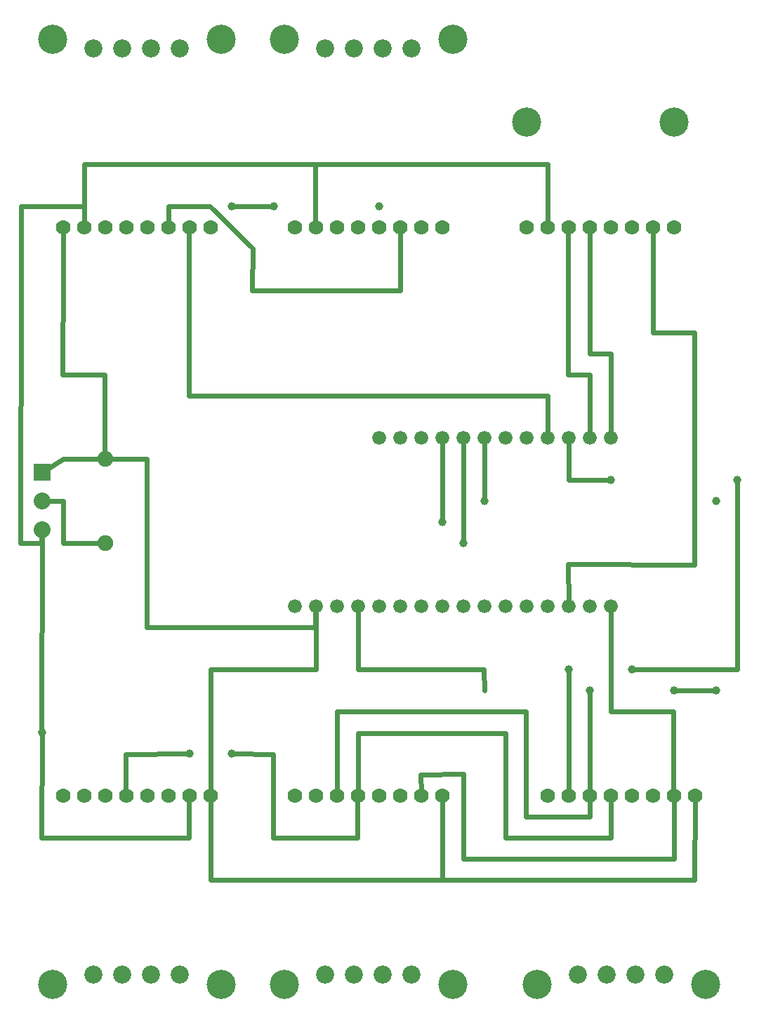
<source format=gbl>
G04 MADE WITH FRITZING*
G04 WWW.FRITZING.ORG*
G04 DOUBLE SIDED*
G04 HOLES PLATED*
G04 CONTOUR ON CENTER OF CONTOUR VECTOR*
%ASAXBY*%
%FSLAX23Y23*%
%MOIN*%
%OFA0B0*%
%SFA1.0B1.0*%
%ADD10C,0.066000*%
%ADD11C,0.039370*%
%ADD12C,0.075000*%
%ADD13C,0.086000*%
%ADD14C,0.138425*%
%ADD15C,0.070000*%
%ADD16C,0.080000*%
%ADD17R,0.080000X0.080000*%
%ADD18C,0.024000*%
%LNCOPPER0*%
G90*
G70*
G54D10*
X2864Y1911D03*
X2764Y1911D03*
X2664Y1911D03*
X2564Y1911D03*
X2464Y1911D03*
X2364Y1911D03*
X2264Y1911D03*
X2164Y1911D03*
X2064Y1911D03*
X1964Y1911D03*
X1864Y1911D03*
X1764Y1911D03*
X1664Y1911D03*
X1564Y1911D03*
X1464Y1911D03*
X1364Y1911D03*
X1764Y2711D03*
X1864Y2711D03*
X1964Y2711D03*
X2064Y2711D03*
X2164Y2711D03*
X2264Y2711D03*
X2364Y2711D03*
X2464Y2711D03*
X2564Y2711D03*
X2664Y2711D03*
X2764Y2711D03*
X2864Y2711D03*
G54D11*
X3464Y2511D03*
X3364Y1511D03*
X3364Y2411D03*
X2264Y2411D03*
X3164Y1511D03*
X2764Y1511D03*
X2964Y1611D03*
X2664Y1611D03*
X2864Y2511D03*
X1764Y3811D03*
X1264Y3811D03*
X164Y1311D03*
X2164Y2211D03*
X864Y1211D03*
X1064Y1211D03*
X2064Y2311D03*
G54D12*
X464Y2211D03*
X464Y2611D03*
G54D11*
X1064Y3811D03*
G54D13*
X1919Y161D03*
G54D14*
X2114Y116D03*
G54D13*
X1644Y161D03*
G54D15*
X2064Y1011D03*
X1964Y1011D03*
G54D14*
X1314Y116D03*
G54D15*
X1864Y1011D03*
X1764Y1011D03*
X1664Y1011D03*
X1564Y1011D03*
X1464Y1011D03*
X1364Y1011D03*
G54D13*
X1507Y161D03*
X1782Y161D03*
G54D15*
X2964Y3711D03*
G54D14*
X2464Y4211D03*
G54D15*
X2564Y3711D03*
X2764Y3711D03*
X3164Y3711D03*
X2464Y3711D03*
X2664Y3711D03*
X2864Y3711D03*
X3064Y3711D03*
G54D14*
X3164Y4211D03*
G54D13*
X819Y161D03*
G54D14*
X1014Y116D03*
G54D13*
X544Y161D03*
G54D15*
X964Y1011D03*
X864Y1011D03*
G54D14*
X214Y116D03*
G54D15*
X764Y1011D03*
X664Y1011D03*
X564Y1011D03*
X464Y1011D03*
X364Y1011D03*
X264Y1011D03*
G54D13*
X407Y161D03*
X682Y161D03*
G54D16*
X164Y2549D03*
X164Y2411D03*
X164Y2273D03*
X164Y2549D03*
X164Y2411D03*
X164Y2273D03*
G54D13*
X3119Y161D03*
G54D14*
X3314Y116D03*
G54D13*
X2844Y161D03*
G54D15*
X3264Y1011D03*
X3164Y1011D03*
G54D14*
X2514Y116D03*
G54D15*
X3064Y1011D03*
X2964Y1011D03*
X2864Y1011D03*
X2764Y1011D03*
X2664Y1011D03*
X2564Y1011D03*
G54D13*
X2707Y161D03*
X2982Y161D03*
X1508Y4561D03*
G54D14*
X1314Y4606D03*
G54D13*
X1783Y4561D03*
G54D15*
X1364Y3711D03*
X1464Y3711D03*
G54D14*
X2114Y4606D03*
G54D15*
X1564Y3711D03*
X1664Y3711D03*
X1764Y3711D03*
X1864Y3711D03*
X1964Y3711D03*
X2064Y3711D03*
G54D13*
X1920Y4561D03*
X1645Y4561D03*
X408Y4561D03*
G54D14*
X214Y4606D03*
G54D13*
X683Y4561D03*
G54D15*
X264Y3711D03*
X364Y3711D03*
G54D14*
X1014Y4606D03*
G54D15*
X464Y3711D03*
X564Y3711D03*
X664Y3711D03*
X764Y3711D03*
X864Y3711D03*
X964Y3711D03*
G54D13*
X820Y4561D03*
X545Y4561D03*
G54D17*
X164Y2549D03*
X164Y2549D03*
G54D18*
X3064Y3212D02*
X3064Y3691D01*
D02*
X3262Y3212D02*
X3064Y3212D01*
D02*
X264Y3511D02*
X264Y3691D01*
D02*
X3465Y1612D02*
X2971Y1611D01*
D02*
X2665Y2512D02*
X2664Y2691D01*
D02*
X2856Y2511D02*
X2665Y2512D01*
D02*
X3356Y1511D02*
X3171Y1511D01*
D02*
X2764Y1030D02*
X2764Y1503D01*
D02*
X2664Y1030D02*
X2664Y1603D01*
D02*
X3464Y2503D02*
X3465Y1612D01*
D02*
X1863Y3410D02*
X1864Y3410D01*
D02*
X1163Y3411D02*
X1863Y3410D01*
D02*
X862Y2910D02*
X1764Y2911D01*
D02*
X1665Y1612D02*
X1664Y1891D01*
D02*
X2263Y1612D02*
X1665Y1612D01*
D02*
X263Y3011D02*
X264Y3511D01*
D02*
X364Y3011D02*
X263Y3011D01*
D02*
X1963Y1111D02*
X1963Y1112D01*
D02*
X1964Y1030D02*
X1963Y1111D01*
D02*
X2164Y2219D02*
X2164Y2691D01*
D02*
X563Y1209D02*
X856Y1211D01*
D02*
X563Y1030D02*
X563Y1209D01*
D02*
X2064Y2319D02*
X2064Y2691D01*
D02*
X662Y2610D02*
X365Y2610D01*
D02*
X3164Y1013D02*
X3165Y1030D01*
D02*
X3164Y712D02*
X3164Y1013D01*
D02*
X2165Y712D02*
X3164Y712D01*
D02*
X2165Y1113D02*
X2165Y712D01*
D02*
X1963Y1112D02*
X2165Y1113D01*
D02*
X1463Y1812D02*
X662Y1812D01*
D02*
X1463Y1912D02*
X1463Y1812D01*
D02*
X1457Y1929D02*
X1463Y1912D01*
D02*
X2664Y1930D02*
X2663Y2110D01*
D02*
X764Y3730D02*
X765Y3811D01*
D02*
X963Y3811D02*
X1164Y3610D01*
D02*
X765Y3811D02*
X963Y3811D01*
D02*
X1864Y3410D02*
X1864Y3691D01*
D02*
X1164Y3610D02*
X1163Y3411D01*
D02*
X365Y2610D02*
X446Y2611D01*
D02*
X662Y1812D02*
X662Y2610D01*
D02*
X2663Y2110D02*
X3262Y2109D01*
D02*
X163Y2253D02*
X163Y2212D01*
D02*
X63Y2212D02*
X63Y2710D01*
D02*
X65Y3811D02*
X365Y3811D01*
D02*
X365Y4011D02*
X364Y3730D01*
D02*
X1463Y3730D02*
X1463Y4011D01*
D02*
X1463Y4011D02*
X365Y4011D01*
D02*
X1463Y4011D02*
X1463Y3730D01*
D02*
X2564Y3730D02*
X2564Y4011D01*
D02*
X2564Y4011D02*
X1463Y4011D01*
D02*
X3262Y2109D02*
X3262Y3212D01*
D02*
X163Y2212D02*
X63Y2212D01*
D02*
X64Y3011D02*
X65Y3811D01*
D02*
X63Y2710D02*
X64Y3011D01*
D02*
X365Y3811D02*
X364Y3730D01*
D02*
X264Y2611D02*
X181Y2559D01*
D02*
X264Y2212D02*
X264Y2411D01*
D02*
X862Y812D02*
X863Y991D01*
D02*
X1263Y1209D02*
X1071Y1211D01*
D02*
X1263Y812D02*
X1263Y1209D01*
D02*
X1663Y812D02*
X1263Y812D01*
D02*
X1663Y991D02*
X1663Y812D01*
D02*
X164Y2253D02*
X163Y1311D01*
D02*
X163Y1311D02*
X156Y1313D01*
D02*
X264Y2411D02*
X184Y2411D01*
D02*
X446Y2211D02*
X264Y2212D01*
D02*
X446Y2611D02*
X264Y2611D01*
D02*
X1071Y3811D02*
X1256Y3811D01*
D02*
X162Y812D02*
X862Y812D01*
D02*
X164Y1303D02*
X162Y812D01*
D02*
X2864Y3112D02*
X2864Y2730D01*
D02*
X2764Y3691D02*
X2764Y3112D01*
D02*
X2764Y3112D02*
X2864Y3112D01*
D02*
X2764Y3011D02*
X2663Y3011D01*
D02*
X2663Y3011D02*
X2663Y3712D01*
D02*
X2764Y2730D02*
X2764Y3011D01*
D02*
X2663Y3712D02*
X2661Y3730D01*
D02*
X1464Y1611D02*
X1464Y1891D01*
D02*
X964Y612D02*
X964Y1611D01*
D02*
X3263Y612D02*
X2064Y612D01*
D02*
X2064Y612D02*
X964Y612D01*
D02*
X2064Y991D02*
X2064Y612D01*
D02*
X964Y1611D02*
X1464Y1611D01*
D02*
X1464Y1611D02*
X1464Y1891D01*
D02*
X964Y1030D02*
X964Y1611D01*
D02*
X964Y1611D02*
X1464Y1611D01*
D02*
X1564Y1410D02*
X2462Y1410D01*
D02*
X2462Y1410D02*
X2462Y911D01*
D02*
X2764Y911D02*
X2764Y991D01*
D02*
X1665Y1309D02*
X1664Y1030D01*
D02*
X2365Y1309D02*
X1665Y1309D01*
D02*
X2365Y810D02*
X2365Y1309D01*
D02*
X2864Y991D02*
X2864Y810D01*
D02*
X2864Y810D02*
X2365Y810D01*
D02*
X2064Y612D02*
X2064Y991D01*
D02*
X3264Y991D02*
X3263Y612D01*
D02*
X2564Y2910D02*
X2564Y2730D01*
D02*
X1764Y2911D02*
X2564Y2910D01*
D02*
X863Y3691D02*
X862Y2910D01*
D02*
X2264Y1511D02*
X2263Y1612D01*
D02*
X446Y2609D02*
X462Y2611D01*
D02*
X3163Y1410D02*
X2864Y1410D01*
D02*
X3163Y1030D02*
X3163Y1410D01*
D02*
X2864Y1410D02*
X2864Y1891D01*
D02*
X2462Y911D02*
X2764Y911D01*
D02*
X1564Y1030D02*
X1564Y1410D01*
D02*
X462Y3011D02*
X364Y3011D01*
D02*
X462Y2611D02*
X462Y3011D01*
D02*
X2264Y2691D02*
X2264Y2419D01*
G04 End of Copper0*
M02*
</source>
